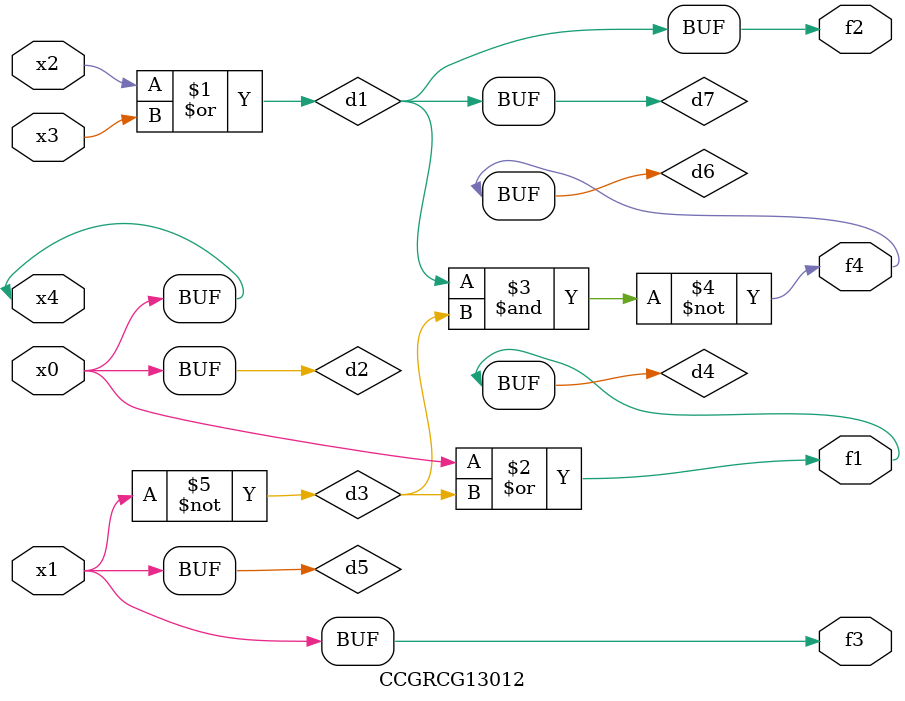
<source format=v>
module CCGRCG13012(
	input x0, x1, x2, x3, x4,
	output f1, f2, f3, f4
);

	wire d1, d2, d3, d4, d5, d6, d7;

	or (d1, x2, x3);
	buf (d2, x0, x4);
	not (d3, x1);
	or (d4, d2, d3);
	not (d5, d3);
	nand (d6, d1, d3);
	or (d7, d1);
	assign f1 = d4;
	assign f2 = d7;
	assign f3 = d5;
	assign f4 = d6;
endmodule

</source>
